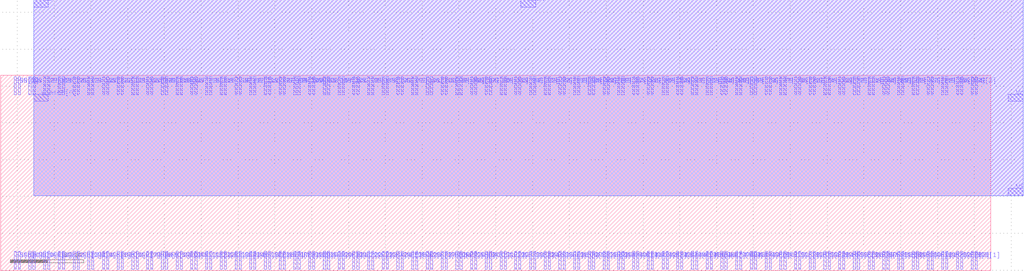
<source format=lef>
VERSION 5.7 ;
  NOWIREEXTENSIONATPIN ON ;
  DIVIDERCHAR "/" ;
  BUSBITCHARS "[]" ;
MACRO DAC2U128OUT4IN
CLASS BLOCK ;
  FOREIGN DAC2U128OUT4IN ;
  ORIGIN 2.210 5.110 ;
  SIZE 134.420 BY 26.590 ;
PIN ON[64]
    ANTENNAGATEAREA 0.039000 ;
    PORT
      LAYER Metal2 ;
        RECT 128.130 18.805 128.420 21.280 ;
    END
  END ON[64]
PIN ONB[64]
    ANTENNAGATEAREA 0.039000 ;
    PORT
      LAYER Metal2 ;
        RECT 127.580 18.805 127.870 21.280 ;
    END
  END ONB[64]
PIN ON[65]
    ANTENNAGATEAREA 0.039000 ;
    PORT
      LAYER Metal2 ;
        RECT 126.130 18.805 126.420 21.280 ;
    END
  END ON[65]
PIN ONB[65]
    ANTENNAGATEAREA 0.039000 ;
    PORT
      LAYER Metal2 ;
        RECT 125.580 18.805 125.870 21.280 ;
    END
  END ONB[65]
PIN ON[66]
    ANTENNAGATEAREA 0.039000 ;
    PORT
      LAYER Metal2 ;
        RECT 124.130 18.805 124.420 21.280 ;
    END
  END ON[66]
PIN ONB[66]
    ANTENNAGATEAREA 0.039000 ;
    PORT
      LAYER Metal2 ;
        RECT 123.580 18.805 123.870 21.280 ;
    END
  END ONB[66]
PIN ON[67]
    ANTENNAGATEAREA 0.039000 ;
    PORT
      LAYER Metal2 ;
        RECT 122.130 18.805 122.420 21.280 ;
    END
  END ON[67]
PIN ONB[67]
    ANTENNAGATEAREA 0.039000 ;
    PORT
      LAYER Metal2 ;
        RECT 121.580 18.805 121.870 21.280 ;
    END
  END ONB[67]
PIN ON[68]
    ANTENNAGATEAREA 0.039000 ;
    PORT
      LAYER Metal2 ;
        RECT 120.130 18.805 120.420 21.280 ;
    END
  END ON[68]
PIN ONB[68]
    ANTENNAGATEAREA 0.039000 ;
    PORT
      LAYER Metal2 ;
        RECT 119.580 18.805 119.870 21.280 ;
    END
  END ONB[68]
PIN ON[69]
    ANTENNAGATEAREA 0.039000 ;
    PORT
      LAYER Metal2 ;
        RECT 118.130 18.805 118.420 21.280 ;
    END
  END ON[69]
PIN ONB[69]
    ANTENNAGATEAREA 0.039000 ;
    PORT
      LAYER Metal2 ;
        RECT 117.580 18.805 117.870 21.280 ;
    END
  END ONB[69]
PIN ON[70]
    ANTENNAGATEAREA 0.039000 ;
    PORT
      LAYER Metal2 ;
        RECT 116.130 18.805 116.420 21.280 ;
    END
  END ON[70]
PIN ONB[70]
    ANTENNAGATEAREA 0.039000 ;
    PORT
      LAYER Metal2 ;
        RECT 115.580 18.805 115.870 21.280 ;
    END
  END ONB[70]
PIN ON[71]
    ANTENNAGATEAREA 0.039000 ;
    PORT
      LAYER Metal2 ;
        RECT 114.130 18.805 114.420 21.280 ;
    END
  END ON[71]
PIN ONB[71]
    ANTENNAGATEAREA 0.039000 ;
    PORT
      LAYER Metal2 ;
        RECT 113.580 18.805 113.870 21.280 ;
    END
  END ONB[71]
PIN ON[72]
    ANTENNAGATEAREA 0.039000 ;
    PORT
      LAYER Metal2 ;
        RECT 112.130 18.805 112.420 21.280 ;
    END
  END ON[72]
PIN ONB[72]
    ANTENNAGATEAREA 0.039000 ;
    PORT
      LAYER Metal2 ;
        RECT 111.580 18.805 111.870 21.280 ;
    END
  END ONB[72]
PIN ON[73]
    ANTENNAGATEAREA 0.039000 ;
    PORT
      LAYER Metal2 ;
        RECT 110.130 18.805 110.420 21.280 ;
    END
  END ON[73]
PIN ONB[73]
    ANTENNAGATEAREA 0.039000 ;
    PORT
      LAYER Metal2 ;
        RECT 109.580 18.805 109.870 21.280 ;
    END
  END ONB[73]
PIN ON[74]
    ANTENNAGATEAREA 0.039000 ;
    PORT
      LAYER Metal2 ;
        RECT 108.130 18.805 108.420 21.280 ;
    END
  END ON[74]
PIN ONB[74]
    ANTENNAGATEAREA 0.039000 ;
    PORT
      LAYER Metal2 ;
        RECT 107.580 18.805 107.870 21.280 ;
    END
  END ONB[74]
PIN ON[75]
    ANTENNAGATEAREA 0.039000 ;
    PORT
      LAYER Metal2 ;
        RECT 106.130 18.805 106.420 21.280 ;
    END
  END ON[75]
PIN ONB[75]
    ANTENNAGATEAREA 0.039000 ;
    PORT
      LAYER Metal2 ;
        RECT 105.580 18.805 105.870 21.280 ;
    END
  END ONB[75]
PIN ON[76]
    ANTENNAGATEAREA 0.039000 ;
    PORT
      LAYER Metal2 ;
        RECT 104.130 18.805 104.420 21.280 ;
    END
  END ON[76]
PIN ONB[76]
    ANTENNAGATEAREA 0.039000 ;
    PORT
      LAYER Metal2 ;
        RECT 103.580 18.805 103.870 21.280 ;
    END
  END ONB[76]
PIN ON[77]
    ANTENNAGATEAREA 0.039000 ;
    PORT
      LAYER Metal2 ;
        RECT 102.130 18.805 102.420 21.280 ;
    END
  END ON[77]
PIN ONB[77]
    ANTENNAGATEAREA 0.039000 ;
    PORT
      LAYER Metal2 ;
        RECT 101.580 18.805 101.870 21.280 ;
    END
  END ONB[77]
PIN ON[78]
    ANTENNAGATEAREA 0.039000 ;
    PORT
      LAYER Metal2 ;
        RECT 100.130 18.805 100.420 21.280 ;
    END
  END ON[78]
PIN ONB[78]
    ANTENNAGATEAREA 0.039000 ;
    PORT
      LAYER Metal2 ;
        RECT 99.580 18.805 99.870 21.280 ;
    END
  END ONB[78]
PIN ON[79]
    ANTENNAGATEAREA 0.039000 ;
    PORT
      LAYER Metal2 ;
        RECT 98.130 18.805 98.420 21.280 ;
    END
  END ON[79]
PIN ONB[79]
    ANTENNAGATEAREA 0.039000 ;
    PORT
      LAYER Metal2 ;
        RECT 97.580 18.805 97.870 21.280 ;
    END
  END ONB[79]
PIN ON[80]
    ANTENNAGATEAREA 0.039000 ;
    PORT
      LAYER Metal2 ;
        RECT 96.130 18.805 96.420 21.280 ;
    END
  END ON[80]
PIN ONB[80]
    ANTENNAGATEAREA 0.039000 ;
    PORT
      LAYER Metal2 ;
        RECT 95.580 18.805 95.870 21.280 ;
    END
  END ONB[80]
PIN ON[81]
    ANTENNAGATEAREA 0.039000 ;
    PORT
      LAYER Metal2 ;
        RECT 94.130 18.805 94.420 21.280 ;
    END
  END ON[81]
PIN ONB[81]
    ANTENNAGATEAREA 0.039000 ;
    PORT
      LAYER Metal2 ;
        RECT 93.580 18.805 93.870 21.280 ;
    END
  END ONB[81]
PIN ON[82]
    ANTENNAGATEAREA 0.039000 ;
    PORT
      LAYER Metal2 ;
        RECT 92.130 18.805 92.420 21.280 ;
    END
  END ON[82]
PIN ONB[82]
    ANTENNAGATEAREA 0.039000 ;
    PORT
      LAYER Metal2 ;
        RECT 91.580 18.805 91.870 21.280 ;
    END
  END ONB[82]
PIN ON[83]
    ANTENNAGATEAREA 0.039000 ;
    PORT
      LAYER Metal2 ;
        RECT 90.130 18.805 90.420 21.280 ;
    END
  END ON[83]
PIN ONB[83]
    ANTENNAGATEAREA 0.039000 ;
    PORT
      LAYER Metal2 ;
        RECT 89.580 18.805 89.870 21.280 ;
    END
  END ONB[83]
PIN ON[84]
    ANTENNAGATEAREA 0.039000 ;
    PORT
      LAYER Metal2 ;
        RECT 88.130 18.805 88.420 21.280 ;
    END
  END ON[84]
PIN ONB[84]
    ANTENNAGATEAREA 0.039000 ;
    PORT
      LAYER Metal2 ;
        RECT 87.580 18.805 87.870 21.280 ;
    END
  END ONB[84]
PIN ON[85]
    ANTENNAGATEAREA 0.039000 ;
    PORT
      LAYER Metal2 ;
        RECT 86.130 18.805 86.420 21.280 ;
    END
  END ON[85]
PIN ONB[85]
    ANTENNAGATEAREA 0.039000 ;
    PORT
      LAYER Metal2 ;
        RECT 85.580 18.805 85.870 21.280 ;
    END
  END ONB[85]
PIN ON[86]
    ANTENNAGATEAREA 0.039000 ;
    PORT
      LAYER Metal2 ;
        RECT 84.130 18.805 84.420 21.280 ;
    END
  END ON[86]
PIN ONB[86]
    ANTENNAGATEAREA 0.039000 ;
    PORT
      LAYER Metal2 ;
        RECT 83.580 18.805 83.870 21.280 ;
    END
  END ONB[86]
PIN ON[87]
    ANTENNAGATEAREA 0.039000 ;
    PORT
      LAYER Metal2 ;
        RECT 82.130 18.805 82.420 21.280 ;
    END
  END ON[87]
PIN ONB[87]
    ANTENNAGATEAREA 0.039000 ;
    PORT
      LAYER Metal2 ;
        RECT 81.580 18.805 81.870 21.280 ;
    END
  END ONB[87]
PIN ON[88]
    ANTENNAGATEAREA 0.039000 ;
    PORT
      LAYER Metal2 ;
        RECT 80.130 18.805 80.420 21.280 ;
    END
  END ON[88]
PIN ONB[88]
    ANTENNAGATEAREA 0.039000 ;
    PORT
      LAYER Metal2 ;
        RECT 79.580 18.805 79.870 21.280 ;
    END
  END ONB[88]
PIN ON[89]
    ANTENNAGATEAREA 0.039000 ;
    PORT
      LAYER Metal2 ;
        RECT 78.130 18.805 78.420 21.280 ;
    END
  END ON[89]
PIN ONB[89]
    ANTENNAGATEAREA 0.039000 ;
    PORT
      LAYER Metal2 ;
        RECT 77.580 18.805 77.870 21.280 ;
    END
  END ONB[89]
PIN ON[90]
    ANTENNAGATEAREA 0.039000 ;
    PORT
      LAYER Metal2 ;
        RECT 76.130 18.805 76.420 21.280 ;
    END
  END ON[90]
PIN ONB[90]
    ANTENNAGATEAREA 0.039000 ;
    PORT
      LAYER Metal2 ;
        RECT 75.580 18.805 75.870 21.280 ;
    END
  END ONB[90]
PIN ON[91]
    ANTENNAGATEAREA 0.039000 ;
    PORT
      LAYER Metal2 ;
        RECT 74.130 18.805 74.420 21.280 ;
    END
  END ON[91]
PIN ONB[91]
    ANTENNAGATEAREA 0.039000 ;
    PORT
      LAYER Metal2 ;
        RECT 73.580 18.805 73.870 21.280 ;
    END
  END ONB[91]
PIN ON[92]
    ANTENNAGATEAREA 0.039000 ;
    PORT
      LAYER Metal2 ;
        RECT 72.130 18.805 72.420 21.280 ;
    END
  END ON[92]
PIN ONB[92]
    ANTENNAGATEAREA 0.039000 ;
    PORT
      LAYER Metal2 ;
        RECT 71.580 18.805 71.870 21.280 ;
    END
  END ONB[92]
PIN ON[93]
    ANTENNAGATEAREA 0.039000 ;
    PORT
      LAYER Metal2 ;
        RECT 70.130 18.805 70.420 21.280 ;
    END
  END ON[93]
PIN ONB[93]
    ANTENNAGATEAREA 0.039000 ;
    PORT
      LAYER Metal2 ;
        RECT 69.580 18.805 69.870 21.280 ;
    END
  END ONB[93]
PIN ON[94]
    ANTENNAGATEAREA 0.039000 ;
    PORT
      LAYER Metal2 ;
        RECT 68.130 18.805 68.420 21.280 ;
    END
  END ON[94]
PIN ONB[94]
    ANTENNAGATEAREA 0.039000 ;
    PORT
      LAYER Metal2 ;
        RECT 67.580 18.805 67.870 21.280 ;
    END
  END ONB[94]
PIN ON[95]
    ANTENNAGATEAREA 0.039000 ;
    PORT
      LAYER Metal2 ;
        RECT 66.130 18.805 66.420 21.280 ;
    END
  END ON[95]
PIN ONB[95]
    ANTENNAGATEAREA 0.039000 ;
    PORT
      LAYER Metal2 ;
        RECT 65.580 18.805 65.870 21.280 ;
    END
  END ONB[95]
PIN EN[2]
    ANTENNAGATEAREA 0.039000 ;
    PORT
      LAYER Metal2 ;
        RECT 130.130 18.805 130.420 21.280 ;
    END
  END EN[2]
PIN ENB[2]
    ANTENNAGATEAREA 0.039000 ;
    PORT
      LAYER Metal2 ;
        RECT 129.580 18.805 129.870 21.280 ;
    END
  END ENB[2]
PIN ON[97]
    ANTENNAGATEAREA 0.039000 ;
    PORT
      LAYER Metal2 ;
        RECT 62.130 18.805 62.420 21.280 ;
    END
  END ON[97]
PIN ONB[97]
    ANTENNAGATEAREA 0.039000 ;
    PORT
      LAYER Metal2 ;
        RECT 61.580 18.805 61.870 21.280 ;
    END
  END ONB[97]
PIN ON[98]
    ANTENNAGATEAREA 0.039000 ;
    PORT
      LAYER Metal2 ;
        RECT 60.130 18.805 60.420 21.280 ;
    END
  END ON[98]
PIN ONB[98]
    ANTENNAGATEAREA 0.039000 ;
    PORT
      LAYER Metal2 ;
        RECT 59.580 18.805 59.870 21.280 ;
    END
  END ONB[98]
PIN ON[99]
    ANTENNAGATEAREA 0.039000 ;
    PORT
      LAYER Metal2 ;
        RECT 58.130 18.805 58.420 21.280 ;
    END
  END ON[99]
PIN ONB[99]
    ANTENNAGATEAREA 0.039000 ;
    PORT
      LAYER Metal2 ;
        RECT 57.580 18.805 57.870 21.280 ;
    END
  END ONB[99]
PIN ON[100]
    ANTENNAGATEAREA 0.039000 ;
    PORT
      LAYER Metal2 ;
        RECT 56.130 18.805 56.420 21.280 ;
    END
  END ON[100]
PIN ONB[100]
    ANTENNAGATEAREA 0.039000 ;
    PORT
      LAYER Metal2 ;
        RECT 55.580 18.805 55.870 21.280 ;
    END
  END ONB[100]
PIN ON[101]
    ANTENNAGATEAREA 0.039000 ;
    PORT
      LAYER Metal2 ;
        RECT 54.130 18.805 54.420 21.280 ;
    END
  END ON[101]
PIN ONB[101]
    ANTENNAGATEAREA 0.039000 ;
    PORT
      LAYER Metal2 ;
        RECT 53.580 18.805 53.870 21.280 ;
    END
  END ONB[101]
PIN ON[102]
    ANTENNAGATEAREA 0.039000 ;
    PORT
      LAYER Metal2 ;
        RECT 52.130 18.805 52.420 21.280 ;
    END
  END ON[102]
PIN ONB[102]
    ANTENNAGATEAREA 0.039000 ;
    PORT
      LAYER Metal2 ;
        RECT 51.580 18.805 51.870 21.280 ;
    END
  END ONB[102]
PIN ON[103]
    ANTENNAGATEAREA 0.039000 ;
    PORT
      LAYER Metal2 ;
        RECT 50.130 18.805 50.420 21.280 ;
    END
  END ON[103]
PIN ONB[103]
    ANTENNAGATEAREA 0.039000 ;
    PORT
      LAYER Metal2 ;
        RECT 49.580 18.805 49.870 21.280 ;
    END
  END ONB[103]
PIN ON[104]
    ANTENNAGATEAREA 0.039000 ;
    PORT
      LAYER Metal2 ;
        RECT 48.130 18.805 48.420 21.280 ;
    END
  END ON[104]
PIN ONB[104]
    ANTENNAGATEAREA 0.039000 ;
    PORT
      LAYER Metal2 ;
        RECT 47.580 18.805 47.870 21.280 ;
    END
  END ONB[104]
PIN ON[105]
    ANTENNAGATEAREA 0.039000 ;
    PORT
      LAYER Metal2 ;
        RECT 46.130 18.805 46.420 21.280 ;
    END
  END ON[105]
PIN ONB[105]
    ANTENNAGATEAREA 0.039000 ;
    PORT
      LAYER Metal2 ;
        RECT 45.580 18.805 45.870 21.280 ;
    END
  END ONB[105]
PIN ON[106]
    ANTENNAGATEAREA 0.039000 ;
    PORT
      LAYER Metal2 ;
        RECT 44.130 18.805 44.420 21.280 ;
    END
  END ON[106]
PIN ONB[106]
    ANTENNAGATEAREA 0.039000 ;
    PORT
      LAYER Metal2 ;
        RECT 43.580 18.805 43.870 21.280 ;
    END
  END ONB[106]
PIN ON[107]
    ANTENNAGATEAREA 0.039000 ;
    PORT
      LAYER Metal2 ;
        RECT 42.130 18.805 42.420 21.280 ;
    END
  END ON[107]
PIN ONB[107]
    ANTENNAGATEAREA 0.039000 ;
    PORT
      LAYER Metal2 ;
        RECT 41.580 18.805 41.870 21.280 ;
    END
  END ONB[107]
PIN ON[108]
    ANTENNAGATEAREA 0.039000 ;
    PORT
      LAYER Metal2 ;
        RECT 40.130 18.805 40.420 21.280 ;
    END
  END ON[108]
PIN ONB[108]
    ANTENNAGATEAREA 0.039000 ;
    PORT
      LAYER Metal2 ;
        RECT 39.580 18.805 39.870 21.280 ;
    END
  END ONB[108]
PIN ON[109]
    ANTENNAGATEAREA 0.039000 ;
    PORT
      LAYER Metal2 ;
        RECT 38.130 18.805 38.420 21.280 ;
    END
  END ON[109]
PIN ONB[109]
    ANTENNAGATEAREA 0.039000 ;
    PORT
      LAYER Metal2 ;
        RECT 37.580 18.805 37.870 21.280 ;
    END
  END ONB[109]
PIN ON[110]
    ANTENNAGATEAREA 0.039000 ;
    PORT
      LAYER Metal2 ;
        RECT 36.130 18.805 36.420 21.280 ;
    END
  END ON[110]
PIN ONB[110]
    ANTENNAGATEAREA 0.039000 ;
    PORT
      LAYER Metal2 ;
        RECT 35.580 18.805 35.870 21.280 ;
    END
  END ONB[110]
PIN ON[111]
    ANTENNAGATEAREA 0.039000 ;
    PORT
      LAYER Metal2 ;
        RECT 34.130 18.805 34.420 21.280 ;
    END
  END ON[111]
PIN ONB[111]
    ANTENNAGATEAREA 0.039000 ;
    PORT
      LAYER Metal2 ;
        RECT 33.580 18.805 33.870 21.280 ;
    END
  END ONB[111]
PIN ON[112]
    ANTENNAGATEAREA 0.039000 ;
    PORT
      LAYER Metal2 ;
        RECT 32.130 18.805 32.420 21.280 ;
    END
  END ON[112]
PIN ONB[112]
    ANTENNAGATEAREA 0.039000 ;
    PORT
      LAYER Metal2 ;
        RECT 31.580 18.805 31.870 21.280 ;
    END
  END ONB[112]
PIN ON[113]
    ANTENNAGATEAREA 0.039000 ;
    PORT
      LAYER Metal2 ;
        RECT 30.130 18.805 30.420 21.280 ;
    END
  END ON[113]
PIN ONB[113]
    ANTENNAGATEAREA 0.039000 ;
    PORT
      LAYER Metal2 ;
        RECT 29.580 18.805 29.870 21.280 ;
    END
  END ONB[113]
PIN ON[114]
    ANTENNAGATEAREA 0.039000 ;
    PORT
      LAYER Metal2 ;
        RECT 28.130 18.805 28.420 21.280 ;
    END
  END ON[114]
PIN ONB[114]
    ANTENNAGATEAREA 0.039000 ;
    PORT
      LAYER Metal2 ;
        RECT 27.580 18.805 27.870 21.280 ;
    END
  END ONB[114]
PIN ON[115]
    ANTENNAGATEAREA 0.039000 ;
    PORT
      LAYER Metal2 ;
        RECT 26.130 18.805 26.420 21.280 ;
    END
  END ON[115]
PIN ONB[115]
    ANTENNAGATEAREA 0.039000 ;
    PORT
      LAYER Metal2 ;
        RECT 25.580 18.805 25.870 21.280 ;
    END
  END ONB[115]
PIN ON[116]
    ANTENNAGATEAREA 0.039000 ;
    PORT
      LAYER Metal2 ;
        RECT 24.130 18.805 24.420 21.280 ;
    END
  END ON[116]
PIN ONB[116]
    ANTENNAGATEAREA 0.039000 ;
    PORT
      LAYER Metal2 ;
        RECT 23.580 18.805 23.870 21.280 ;
    END
  END ONB[116]
PIN ON[117]
    ANTENNAGATEAREA 0.039000 ;
    PORT
      LAYER Metal2 ;
        RECT 22.130 18.805 22.420 21.280 ;
    END
  END ON[117]
PIN ONB[117]
    ANTENNAGATEAREA 0.039000 ;
    PORT
      LAYER Metal2 ;
        RECT 21.580 18.805 21.870 21.280 ;
    END
  END ONB[117]
PIN ON[118]
    ANTENNAGATEAREA 0.039000 ;
    PORT
      LAYER Metal2 ;
        RECT 20.130 18.805 20.420 21.280 ;
    END
  END ON[118]
PIN ONB[118]
    ANTENNAGATEAREA 0.039000 ;
    PORT
      LAYER Metal2 ;
        RECT 19.580 18.805 19.870 21.280 ;
    END
  END ONB[118]
PIN ON[119]
    ANTENNAGATEAREA 0.039000 ;
    PORT
      LAYER Metal2 ;
        RECT 18.130 18.805 18.420 21.280 ;
    END
  END ON[119]
PIN ONB[119]
    ANTENNAGATEAREA 0.039000 ;
    PORT
      LAYER Metal2 ;
        RECT 17.580 18.805 17.870 21.280 ;
    END
  END ONB[119]
PIN ON[120]
    ANTENNAGATEAREA 0.039000 ;
    PORT
      LAYER Metal2 ;
        RECT 16.130 18.805 16.420 21.280 ;
    END
  END ON[120]
PIN ONB[120]
    ANTENNAGATEAREA 0.039000 ;
    PORT
      LAYER Metal2 ;
        RECT 15.580 18.805 15.870 21.280 ;
    END
  END ONB[120]
PIN ON[121]
    ANTENNAGATEAREA 0.039000 ;
    PORT
      LAYER Metal2 ;
        RECT 14.130 18.805 14.420 21.280 ;
    END
  END ON[121]
PIN ONB[121]
    ANTENNAGATEAREA 0.039000 ;
    PORT
      LAYER Metal2 ;
        RECT 13.580 18.805 13.870 21.280 ;
    END
  END ONB[121]
PIN ON[122]
    ANTENNAGATEAREA 0.039000 ;
    PORT
      LAYER Metal2 ;
        RECT 12.130 18.805 12.420 21.280 ;
    END
  END ON[122]
PIN ONB[122]
    ANTENNAGATEAREA 0.039000 ;
    PORT
      LAYER Metal2 ;
        RECT 11.580 18.805 11.870 21.280 ;
    END
  END ONB[122]
PIN ON[123]
    ANTENNAGATEAREA 0.039000 ;
    PORT
      LAYER Metal2 ;
        RECT 10.130 18.805 10.420 21.280 ;
    END
  END ON[123]
PIN ONB[123]
    ANTENNAGATEAREA 0.039000 ;
    PORT
      LAYER Metal2 ;
        RECT 9.580 18.805 9.870 21.280 ;
    END
  END ONB[123]
PIN ON[124]
    ANTENNAGATEAREA 0.039000 ;
    PORT
      LAYER Metal2 ;
        RECT 8.130 18.805 8.420 21.280 ;
    END
  END ON[124]
PIN ONB[124]
    ANTENNAGATEAREA 0.039000 ;
    PORT
      LAYER Metal2 ;
        RECT 7.580 18.805 7.870 21.280 ;
    END
  END ONB[124]
PIN ON[125]
    ANTENNAGATEAREA 0.039000 ;
    PORT
      LAYER Metal2 ;
        RECT 6.130 18.805 6.420 21.280 ;
    END
  END ON[125]
PIN ONB[125]
    ANTENNAGATEAREA 0.039000 ;
    PORT
      LAYER Metal2 ;
        RECT 5.580 18.805 5.870 21.280 ;
    END
  END ONB[125]
PIN ON[126]
    ANTENNAGATEAREA 0.039000 ;
    PORT
      LAYER Metal2 ;
        RECT 4.130 18.805 4.420 21.280 ;
    END
  END ON[126]
PIN ONB[126]
    ANTENNAGATEAREA 0.039000 ;
    PORT
      LAYER Metal2 ;
        RECT 3.580 18.805 3.870 21.280 ;
    END
  END ONB[126]
PIN ON[127]
    ANTENNAGATEAREA 0.039000 ;
    PORT
      LAYER Metal2 ;
        RECT 2.130 18.805 2.420 21.280 ;
    END
  END ON[127]
PIN ONB[127]
    ANTENNAGATEAREA 0.039000 ;
    PORT
      LAYER Metal2 ;
        RECT 1.580 18.805 1.870 21.280 ;
    END
  END ONB[127]
PIN ON[96]
    ANTENNAGATEAREA 0.039000 ;
    PORT
      LAYER Metal2 ;
        RECT 64.130 18.805 64.420 21.280 ;
    END
  END ON[96]
PIN ONB[96]
    ANTENNAGATEAREA 0.039000 ;
    PORT
      LAYER Metal2 ;
        RECT 63.580 18.805 63.870 21.280 ;
    END
  END ONB[96]
PIN EN[3]
    ANTENNAGATEAREA 0.039000 ;
    PORT
      LAYER Metal2 ;
        RECT 0.130 18.805 0.420 21.280 ;
    END
  END EN[3]
PIN ENB[3]
    ANTENNAGATEAREA 0.039000 ;
    PORT
      LAYER Metal2 ;
        RECT -0.420 18.805 -0.130 21.280 ;
    END
  END ENB[3]
PIN ON[0]
    ANTENNAGATEAREA 0.039000 ;
    PORT
      LAYER Metal2 ;
        RECT 1.580 -4.910 1.870 -2.435 ;
    END
  END ON[0]
PIN ONB[0]
    ANTENNAGATEAREA 0.039000 ;
    PORT
      LAYER Metal2 ;
        RECT 2.130 -4.910 2.420 -2.435 ;
    END
  END ONB[0]
PIN ON[1]
    ANTENNAGATEAREA 0.039000 ;
    PORT
      LAYER Metal2 ;
        RECT 3.580 -4.910 3.870 -2.435 ;
    END
  END ON[1]
PIN ONB[1]
    ANTENNAGATEAREA 0.039000 ;
    PORT
      LAYER Metal2 ;
        RECT 4.130 -4.910 4.420 -2.435 ;
    END
  END ONB[1]
PIN ON[2]
    ANTENNAGATEAREA 0.039000 ;
    PORT
      LAYER Metal2 ;
        RECT 5.580 -4.910 5.870 -2.435 ;
    END
  END ON[2]
PIN ONB[2]
    ANTENNAGATEAREA 0.039000 ;
    PORT
      LAYER Metal2 ;
        RECT 6.130 -4.910 6.420 -2.435 ;
    END
  END ONB[2]
PIN ON[3]
    ANTENNAGATEAREA 0.039000 ;
    PORT
      LAYER Metal2 ;
        RECT 7.580 -4.910 7.870 -2.435 ;
    END
  END ON[3]
PIN ONB[3]
    ANTENNAGATEAREA 0.039000 ;
    PORT
      LAYER Metal2 ;
        RECT 8.130 -4.910 8.420 -2.435 ;
    END
  END ONB[3]
PIN ON[4]
    ANTENNAGATEAREA 0.039000 ;
    PORT
      LAYER Metal2 ;
        RECT 9.580 -4.910 9.870 -2.435 ;
    END
  END ON[4]
PIN ONB[4]
    ANTENNAGATEAREA 0.039000 ;
    PORT
      LAYER Metal2 ;
        RECT 10.130 -4.910 10.420 -2.435 ;
    END
  END ONB[4]
PIN ON[5]
    ANTENNAGATEAREA 0.039000 ;
    PORT
      LAYER Metal2 ;
        RECT 11.580 -4.910 11.870 -2.435 ;
    END
  END ON[5]
PIN ONB[5]
    ANTENNAGATEAREA 0.039000 ;
    PORT
      LAYER Metal2 ;
        RECT 12.130 -4.910 12.420 -2.435 ;
    END
  END ONB[5]
PIN ON[6]
    ANTENNAGATEAREA 0.039000 ;
    PORT
      LAYER Metal2 ;
        RECT 13.580 -4.910 13.870 -2.435 ;
    END
  END ON[6]
PIN ONB[6]
    ANTENNAGATEAREA 0.039000 ;
    PORT
      LAYER Metal2 ;
        RECT 14.130 -4.910 14.420 -2.435 ;
    END
  END ONB[6]
PIN ON[7]
    ANTENNAGATEAREA 0.039000 ;
    PORT
      LAYER Metal2 ;
        RECT 15.580 -4.910 15.870 -2.435 ;
    END
  END ON[7]
PIN ONB[7]
    ANTENNAGATEAREA 0.039000 ;
    PORT
      LAYER Metal2 ;
        RECT 16.130 -4.910 16.420 -2.435 ;
    END
  END ONB[7]
PIN ON[8]
    ANTENNAGATEAREA 0.039000 ;
    PORT
      LAYER Metal2 ;
        RECT 17.580 -4.910 17.870 -2.435 ;
    END
  END ON[8]
PIN ONB[8]
    ANTENNAGATEAREA 0.039000 ;
    PORT
      LAYER Metal2 ;
        RECT 18.130 -4.910 18.420 -2.435 ;
    END
  END ONB[8]
PIN ON[9]
    ANTENNAGATEAREA 0.039000 ;
    PORT
      LAYER Metal2 ;
        RECT 19.580 -4.910 19.870 -2.435 ;
    END
  END ON[9]
PIN ONB[9]
    ANTENNAGATEAREA 0.039000 ;
    PORT
      LAYER Metal2 ;
        RECT 20.130 -4.910 20.420 -2.435 ;
    END
  END ONB[9]
PIN ON[10]
    ANTENNAGATEAREA 0.039000 ;
    PORT
      LAYER Metal2 ;
        RECT 21.580 -4.910 21.870 -2.435 ;
    END
  END ON[10]
PIN ONB[10]
    ANTENNAGATEAREA 0.039000 ;
    PORT
      LAYER Metal2 ;
        RECT 22.130 -4.910 22.420 -2.435 ;
    END
  END ONB[10]
PIN ON[11]
    ANTENNAGATEAREA 0.039000 ;
    PORT
      LAYER Metal2 ;
        RECT 23.580 -4.910 23.870 -2.435 ;
    END
  END ON[11]
PIN ONB[11]
    ANTENNAGATEAREA 0.039000 ;
    PORT
      LAYER Metal2 ;
        RECT 24.130 -4.910 24.420 -2.435 ;
    END
  END ONB[11]
PIN ON[12]
    ANTENNAGATEAREA 0.039000 ;
    PORT
      LAYER Metal2 ;
        RECT 25.580 -4.910 25.870 -2.435 ;
    END
  END ON[12]
PIN ONB[12]
    ANTENNAGATEAREA 0.039000 ;
    PORT
      LAYER Metal2 ;
        RECT 26.130 -4.910 26.420 -2.435 ;
    END
  END ONB[12]
PIN ON[13]
    ANTENNAGATEAREA 0.039000 ;
    PORT
      LAYER Metal2 ;
        RECT 27.580 -4.910 27.870 -2.435 ;
    END
  END ON[13]
PIN ONB[13]
    ANTENNAGATEAREA 0.039000 ;
    PORT
      LAYER Metal2 ;
        RECT 28.130 -4.910 28.420 -2.435 ;
    END
  END ONB[13]
PIN ON[14]
    ANTENNAGATEAREA 0.039000 ;
    PORT
      LAYER Metal2 ;
        RECT 29.580 -4.910 29.870 -2.435 ;
    END
  END ON[14]
PIN ONB[14]
    ANTENNAGATEAREA 0.039000 ;
    PORT
      LAYER Metal2 ;
        RECT 30.130 -4.910 30.420 -2.435 ;
    END
  END ONB[14]
PIN ON[15]
    ANTENNAGATEAREA 0.039000 ;
    PORT
      LAYER Metal2 ;
        RECT 31.580 -4.910 31.870 -2.435 ;
    END
  END ON[15]
PIN ONB[15]
    ANTENNAGATEAREA 0.039000 ;
    PORT
      LAYER Metal2 ;
        RECT 32.130 -4.910 32.420 -2.435 ;
    END
  END ONB[15]
PIN ON[16]
    ANTENNAGATEAREA 0.039000 ;
    PORT
      LAYER Metal2 ;
        RECT 33.580 -4.910 33.870 -2.435 ;
    END
  END ON[16]
PIN ONB[16]
    ANTENNAGATEAREA 0.039000 ;
    PORT
      LAYER Metal2 ;
        RECT 34.130 -4.910 34.420 -2.435 ;
    END
  END ONB[16]
PIN ON[17]
    ANTENNAGATEAREA 0.039000 ;
    PORT
      LAYER Metal2 ;
        RECT 35.580 -4.910 35.870 -2.435 ;
    END
  END ON[17]
PIN ONB[17]
    ANTENNAGATEAREA 0.039000 ;
    PORT
      LAYER Metal2 ;
        RECT 36.130 -4.910 36.420 -2.435 ;
    END
  END ONB[17]
PIN ON[18]
    ANTENNAGATEAREA 0.039000 ;
    PORT
      LAYER Metal2 ;
        RECT 37.580 -4.910 37.870 -2.435 ;
    END
  END ON[18]
PIN ONB[18]
    ANTENNAGATEAREA 0.039000 ;
    PORT
      LAYER Metal2 ;
        RECT 38.130 -4.910 38.420 -2.435 ;
    END
  END ONB[18]
PIN ON[19]
    ANTENNAGATEAREA 0.039000 ;
    PORT
      LAYER Metal2 ;
        RECT 39.580 -4.910 39.870 -2.435 ;
    END
  END ON[19]
PIN ONB[19]
    ANTENNAGATEAREA 0.039000 ;
    PORT
      LAYER Metal2 ;
        RECT 40.130 -4.910 40.420 -2.435 ;
    END
  END ONB[19]
PIN ON[20]
    ANTENNAGATEAREA 0.039000 ;
    PORT
      LAYER Metal2 ;
        RECT 41.580 -4.910 41.870 -2.435 ;
    END
  END ON[20]
PIN ONB[20]
    ANTENNAGATEAREA 0.039000 ;
    PORT
      LAYER Metal2 ;
        RECT 42.130 -4.910 42.420 -2.435 ;
    END
  END ONB[20]
PIN ON[21]
    ANTENNAGATEAREA 0.039000 ;
    PORT
      LAYER Metal2 ;
        RECT 43.580 -4.910 43.870 -2.435 ;
    END
  END ON[21]
PIN ONB[21]
    ANTENNAGATEAREA 0.039000 ;
    PORT
      LAYER Metal2 ;
        RECT 44.130 -4.910 44.420 -2.435 ;
    END
  END ONB[21]
PIN ON[22]
    ANTENNAGATEAREA 0.039000 ;
    PORT
      LAYER Metal2 ;
        RECT 45.580 -4.910 45.870 -2.435 ;
    END
  END ON[22]
PIN ONB[22]
    ANTENNAGATEAREA 0.039000 ;
    PORT
      LAYER Metal2 ;
        RECT 46.130 -4.910 46.420 -2.435 ;
    END
  END ONB[22]
PIN ON[23]
    ANTENNAGATEAREA 0.039000 ;
    PORT
      LAYER Metal2 ;
        RECT 47.580 -4.910 47.870 -2.435 ;
    END
  END ON[23]
PIN ONB[23]
    ANTENNAGATEAREA 0.039000 ;
    PORT
      LAYER Metal2 ;
        RECT 48.130 -4.910 48.420 -2.435 ;
    END
  END ONB[23]
PIN ON[24]
    ANTENNAGATEAREA 0.039000 ;
    PORT
      LAYER Metal2 ;
        RECT 49.580 -4.910 49.870 -2.435 ;
    END
  END ON[24]
PIN ONB[24]
    ANTENNAGATEAREA 0.039000 ;
    PORT
      LAYER Metal2 ;
        RECT 50.130 -4.910 50.420 -2.435 ;
    END
  END ONB[24]
PIN ON[25]
    ANTENNAGATEAREA 0.039000 ;
    PORT
      LAYER Metal2 ;
        RECT 51.580 -4.910 51.870 -2.435 ;
    END
  END ON[25]
PIN ONB[25]
    ANTENNAGATEAREA 0.039000 ;
    PORT
      LAYER Metal2 ;
        RECT 52.130 -4.910 52.420 -2.435 ;
    END
  END ONB[25]
PIN ON[26]
    ANTENNAGATEAREA 0.039000 ;
    PORT
      LAYER Metal2 ;
        RECT 53.580 -4.910 53.870 -2.435 ;
    END
  END ON[26]
PIN ONB[26]
    ANTENNAGATEAREA 0.039000 ;
    PORT
      LAYER Metal2 ;
        RECT 54.130 -4.910 54.420 -2.435 ;
    END
  END ONB[26]
PIN ON[27]
    ANTENNAGATEAREA 0.039000 ;
    PORT
      LAYER Metal2 ;
        RECT 55.580 -4.910 55.870 -2.435 ;
    END
  END ON[27]
PIN ONB[27]
    ANTENNAGATEAREA 0.039000 ;
    PORT
      LAYER Metal2 ;
        RECT 56.130 -4.910 56.420 -2.435 ;
    END
  END ONB[27]
PIN ON[28]
    ANTENNAGATEAREA 0.039000 ;
    PORT
      LAYER Metal2 ;
        RECT 57.580 -4.910 57.870 -2.435 ;
    END
  END ON[28]
PIN ONB[28]
    ANTENNAGATEAREA 0.039000 ;
    PORT
      LAYER Metal2 ;
        RECT 58.130 -4.910 58.420 -2.435 ;
    END
  END ONB[28]
PIN ON[29]
    ANTENNAGATEAREA 0.039000 ;
    PORT
      LAYER Metal2 ;
        RECT 59.580 -4.910 59.870 -2.435 ;
    END
  END ON[29]
PIN ONB[29]
    ANTENNAGATEAREA 0.039000 ;
    PORT
      LAYER Metal2 ;
        RECT 60.130 -4.910 60.420 -2.435 ;
    END
  END ONB[29]
PIN ON[30]
    ANTENNAGATEAREA 0.039000 ;
    PORT
      LAYER Metal2 ;
        RECT 61.580 -4.910 61.870 -2.435 ;
    END
  END ON[30]
PIN ONB[30]
    ANTENNAGATEAREA 0.039000 ;
    PORT
      LAYER Metal2 ;
        RECT 62.130 -4.910 62.420 -2.435 ;
    END
  END ONB[30]
PIN ON[31]
    ANTENNAGATEAREA 0.039000 ;
    PORT
      LAYER Metal2 ;
        RECT 63.580 -4.910 63.870 -2.435 ;
    END
  END ON[31]
PIN ONB[31]
    ANTENNAGATEAREA 0.039000 ;
    PORT
      LAYER Metal2 ;
        RECT 64.130 -4.910 64.420 -2.435 ;
    END
  END ONB[31]
PIN EN[0]
    ANTENNAGATEAREA 0.039000 ;
    PORT
      LAYER Metal2 ;
        RECT -0.420 -4.910 -0.130 -2.435 ;
    END
  END EN[0]
PIN ENB[0]
    ANTENNAGATEAREA 0.039000 ;
    PORT
      LAYER Metal2 ;
        RECT 0.130 -4.910 0.420 -2.435 ;
    END
  END ENB[0]
PIN ON[33]
    ANTENNAGATEAREA 0.039000 ;
    PORT
      LAYER Metal2 ;
        RECT 67.580 -4.910 67.870 -2.435 ;
    END
  END ON[33]
PIN ONB[33]
    ANTENNAGATEAREA 0.039000 ;
    PORT
      LAYER Metal2 ;
        RECT 68.130 -4.910 68.420 -2.435 ;
    END
  END ONB[33]
PIN ON[34]
    ANTENNAGATEAREA 0.039000 ;
    PORT
      LAYER Metal2 ;
        RECT 69.580 -4.910 69.870 -2.435 ;
    END
  END ON[34]
PIN ONB[34]
    ANTENNAGATEAREA 0.039000 ;
    PORT
      LAYER Metal2 ;
        RECT 70.130 -4.910 70.420 -2.435 ;
    END
  END ONB[34]
PIN ON[35]
    ANTENNAGATEAREA 0.039000 ;
    PORT
      LAYER Metal2 ;
        RECT 71.580 -4.910 71.870 -2.435 ;
    END
  END ON[35]
PIN ONB[35]
    ANTENNAGATEAREA 0.039000 ;
    PORT
      LAYER Metal2 ;
        RECT 72.130 -4.910 72.420 -2.435 ;
    END
  END ONB[35]
PIN ON[36]
    ANTENNAGATEAREA 0.039000 ;
    PORT
      LAYER Metal2 ;
        RECT 73.580 -4.910 73.870 -2.435 ;
    END
  END ON[36]
PIN ONB[36]
    ANTENNAGATEAREA 0.039000 ;
    PORT
      LAYER Metal2 ;
        RECT 74.130 -4.910 74.420 -2.435 ;
    END
  END ONB[36]
PIN ON[37]
    ANTENNAGATEAREA 0.039000 ;
    PORT
      LAYER Metal2 ;
        RECT 75.580 -4.910 75.870 -2.435 ;
    END
  END ON[37]
PIN ONB[37]
    ANTENNAGATEAREA 0.039000 ;
    PORT
      LAYER Metal2 ;
        RECT 76.130 -4.910 76.420 -2.435 ;
    END
  END ONB[37]
PIN ON[38]
    ANTENNAGATEAREA 0.039000 ;
    PORT
      LAYER Metal2 ;
        RECT 77.580 -4.910 77.870 -2.435 ;
    END
  END ON[38]
PIN ONB[38]
    ANTENNAGATEAREA 0.039000 ;
    PORT
      LAYER Metal2 ;
        RECT 78.130 -4.910 78.420 -2.435 ;
    END
  END ONB[38]
PIN ON[39]
    ANTENNAGATEAREA 0.039000 ;
    PORT
      LAYER Metal2 ;
        RECT 79.580 -4.910 79.870 -2.435 ;
    END
  END ON[39]
PIN ONB[39]
    ANTENNAGATEAREA 0.039000 ;
    PORT
      LAYER Metal2 ;
        RECT 80.130 -4.910 80.420 -2.435 ;
    END
  END ONB[39]
PIN ON[40]
    ANTENNAGATEAREA 0.039000 ;
    PORT
      LAYER Metal2 ;
        RECT 81.580 -4.910 81.870 -2.435 ;
    END
  END ON[40]
PIN ONB[40]
    ANTENNAGATEAREA 0.039000 ;
    PORT
      LAYER Metal2 ;
        RECT 82.130 -4.910 82.420 -2.435 ;
    END
  END ONB[40]
PIN ON[41]
    ANTENNAGATEAREA 0.039000 ;
    PORT
      LAYER Metal2 ;
        RECT 83.580 -4.910 83.870 -2.435 ;
    END
  END ON[41]
PIN ONB[41]
    ANTENNAGATEAREA 0.039000 ;
    PORT
      LAYER Metal2 ;
        RECT 84.130 -4.910 84.420 -2.435 ;
    END
  END ONB[41]
PIN ON[42]
    ANTENNAGATEAREA 0.039000 ;
    PORT
      LAYER Metal2 ;
        RECT 85.580 -4.910 85.870 -2.435 ;
    END
  END ON[42]
PIN ONB[42]
    ANTENNAGATEAREA 0.039000 ;
    PORT
      LAYER Metal2 ;
        RECT 86.130 -4.910 86.420 -2.435 ;
    END
  END ONB[42]
PIN ON[43]
    ANTENNAGATEAREA 0.039000 ;
    PORT
      LAYER Metal2 ;
        RECT 87.580 -4.910 87.870 -2.435 ;
    END
  END ON[43]
PIN ONB[43]
    ANTENNAGATEAREA 0.039000 ;
    PORT
      LAYER Metal2 ;
        RECT 88.130 -4.910 88.420 -2.435 ;
    END
  END ONB[43]
PIN ON[44]
    ANTENNAGATEAREA 0.039000 ;
    PORT
      LAYER Metal2 ;
        RECT 89.580 -4.910 89.870 -2.435 ;
    END
  END ON[44]
PIN ONB[44]
    ANTENNAGATEAREA 0.039000 ;
    PORT
      LAYER Metal2 ;
        RECT 90.130 -4.910 90.420 -2.435 ;
    END
  END ONB[44]
PIN ON[45]
    ANTENNAGATEAREA 0.039000 ;
    PORT
      LAYER Metal2 ;
        RECT 91.580 -4.910 91.870 -2.435 ;
    END
  END ON[45]
PIN ONB[45]
    ANTENNAGATEAREA 0.039000 ;
    PORT
      LAYER Metal2 ;
        RECT 92.130 -4.910 92.420 -2.435 ;
    END
  END ONB[45]
PIN ON[46]
    ANTENNAGATEAREA 0.039000 ;
    PORT
      LAYER Metal2 ;
        RECT 93.580 -4.910 93.870 -2.435 ;
    END
  END ON[46]
PIN ONB[46]
    ANTENNAGATEAREA 0.039000 ;
    PORT
      LAYER Metal2 ;
        RECT 94.130 -4.910 94.420 -2.435 ;
    END
  END ONB[46]
PIN ON[47]
    ANTENNAGATEAREA 0.039000 ;
    PORT
      LAYER Metal2 ;
        RECT 95.580 -4.910 95.870 -2.435 ;
    END
  END ON[47]
PIN ONB[47]
    ANTENNAGATEAREA 0.039000 ;
    PORT
      LAYER Metal2 ;
        RECT 96.130 -4.910 96.420 -2.435 ;
    END
  END ONB[47]
PIN ON[48]
    ANTENNAGATEAREA 0.039000 ;
    PORT
      LAYER Metal2 ;
        RECT 97.580 -4.910 97.870 -2.435 ;
    END
  END ON[48]
PIN ONB[48]
    ANTENNAGATEAREA 0.039000 ;
    PORT
      LAYER Metal2 ;
        RECT 98.130 -4.910 98.420 -2.435 ;
    END
  END ONB[48]
PIN ON[49]
    ANTENNAGATEAREA 0.039000 ;
    PORT
      LAYER Metal2 ;
        RECT 99.580 -4.910 99.870 -2.435 ;
    END
  END ON[49]
PIN ONB[49]
    ANTENNAGATEAREA 0.039000 ;
    PORT
      LAYER Metal2 ;
        RECT 100.130 -4.910 100.420 -2.435 ;
    END
  END ONB[49]
PIN ON[50]
    ANTENNAGATEAREA 0.039000 ;
    PORT
      LAYER Metal2 ;
        RECT 101.580 -4.910 101.870 -2.435 ;
    END
  END ON[50]
PIN ONB[50]
    ANTENNAGATEAREA 0.039000 ;
    PORT
      LAYER Metal2 ;
        RECT 102.130 -4.910 102.420 -2.435 ;
    END
  END ONB[50]
PIN ON[51]
    ANTENNAGATEAREA 0.039000 ;
    PORT
      LAYER Metal2 ;
        RECT 103.580 -4.910 103.870 -2.435 ;
    END
  END ON[51]
PIN ONB[51]
    ANTENNAGATEAREA 0.039000 ;
    PORT
      LAYER Metal2 ;
        RECT 104.130 -4.910 104.420 -2.435 ;
    END
  END ONB[51]
PIN ON[52]
    ANTENNAGATEAREA 0.039000 ;
    PORT
      LAYER Metal2 ;
        RECT 105.580 -4.910 105.870 -2.435 ;
    END
  END ON[52]
PIN ONB[52]
    ANTENNAGATEAREA 0.039000 ;
    PORT
      LAYER Metal2 ;
        RECT 106.130 -4.910 106.420 -2.435 ;
    END
  END ONB[52]
PIN ON[53]
    ANTENNAGATEAREA 0.039000 ;
    PORT
      LAYER Metal2 ;
        RECT 107.580 -4.910 107.870 -2.435 ;
    END
  END ON[53]
PIN ONB[53]
    ANTENNAGATEAREA 0.039000 ;
    PORT
      LAYER Metal2 ;
        RECT 108.130 -4.910 108.420 -2.435 ;
    END
  END ONB[53]
PIN ON[54]
    ANTENNAGATEAREA 0.039000 ;
    PORT
      LAYER Metal2 ;
        RECT 109.580 -4.910 109.870 -2.435 ;
    END
  END ON[54]
PIN ONB[54]
    ANTENNAGATEAREA 0.039000 ;
    PORT
      LAYER Metal2 ;
        RECT 110.130 -4.910 110.420 -2.435 ;
    END
  END ONB[54]
PIN ON[55]
    ANTENNAGATEAREA 0.039000 ;
    PORT
      LAYER Metal2 ;
        RECT 111.580 -4.910 111.870 -2.435 ;
    END
  END ON[55]
PIN ONB[55]
    ANTENNAGATEAREA 0.039000 ;
    PORT
      LAYER Metal2 ;
        RECT 112.130 -4.910 112.420 -2.435 ;
    END
  END ONB[55]
PIN ON[56]
    ANTENNAGATEAREA 0.039000 ;
    PORT
      LAYER Metal2 ;
        RECT 113.580 -4.910 113.870 -2.435 ;
    END
  END ON[56]
PIN ONB[56]
    ANTENNAGATEAREA 0.039000 ;
    PORT
      LAYER Metal2 ;
        RECT 114.130 -4.910 114.420 -2.435 ;
    END
  END ONB[56]
PIN ON[57]
    ANTENNAGATEAREA 0.039000 ;
    PORT
      LAYER Metal2 ;
        RECT 115.580 -4.910 115.870 -2.435 ;
    END
  END ON[57]
PIN ONB[57]
    ANTENNAGATEAREA 0.039000 ;
    PORT
      LAYER Metal2 ;
        RECT 116.130 -4.910 116.420 -2.435 ;
    END
  END ONB[57]
PIN ON[58]
    ANTENNAGATEAREA 0.039000 ;
    PORT
      LAYER Metal2 ;
        RECT 117.580 -4.910 117.870 -2.435 ;
    END
  END ON[58]
PIN ONB[58]
    ANTENNAGATEAREA 0.039000 ;
    PORT
      LAYER Metal2 ;
        RECT 118.130 -4.910 118.420 -2.435 ;
    END
  END ONB[58]
PIN ON[59]
    ANTENNAGATEAREA 0.039000 ;
    PORT
      LAYER Metal2 ;
        RECT 119.580 -4.910 119.870 -2.435 ;
    END
  END ON[59]
PIN ONB[59]
    ANTENNAGATEAREA 0.039000 ;
    PORT
      LAYER Metal2 ;
        RECT 120.130 -4.910 120.420 -2.435 ;
    END
  END ONB[59]
PIN ON[60]
    ANTENNAGATEAREA 0.039000 ;
    PORT
      LAYER Metal2 ;
        RECT 121.580 -4.910 121.870 -2.435 ;
    END
  END ON[60]
PIN ONB[60]
    ANTENNAGATEAREA 0.039000 ;
    PORT
      LAYER Metal2 ;
        RECT 122.130 -4.910 122.420 -2.435 ;
    END
  END ONB[60]
PIN ON[61]
    ANTENNAGATEAREA 0.039000 ;
    PORT
      LAYER Metal2 ;
        RECT 123.580 -4.910 123.870 -2.435 ;
    END
  END ON[61]
PIN ONB[61]
    ANTENNAGATEAREA 0.039000 ;
    PORT
      LAYER Metal2 ;
        RECT 124.130 -4.910 124.420 -2.435 ;
    END
  END ONB[61]
PIN ON[62]
    ANTENNAGATEAREA 0.039000 ;
    PORT
      LAYER Metal2 ;
        RECT 125.580 -4.910 125.870 -2.435 ;
    END
  END ON[62]
PIN ONB[62]
    ANTENNAGATEAREA 0.039000 ;
    PORT
      LAYER Metal2 ;
        RECT 126.130 -4.910 126.420 -2.435 ;
    END
  END ONB[62]
PIN ON[63]
    ANTENNAGATEAREA 0.039000 ;
    PORT
      LAYER Metal2 ;
        RECT 127.580 -4.910 127.870 -2.435 ;
    END
  END ON[63]
PIN ONB[63]
    ANTENNAGATEAREA 0.039000 ;
    PORT
      LAYER Metal2 ;
        RECT 128.130 -4.910 128.420 -2.435 ;
    END
  END ONB[63]
PIN ON[32]
    ANTENNAGATEAREA 0.039000 ;
    PORT
      LAYER Metal2 ;
        RECT 65.580 -4.910 65.870 -2.435 ;
    END
  END ON[32]
PIN ONB[32]
    ANTENNAGATEAREA 0.039000 ;
    PORT
      LAYER Metal2 ;
        RECT 66.130 -4.910 66.420 -2.435 ;
    END
  END ONB[32]
PIN EN[1]
    ANTENNAGATEAREA 0.039000 ;
    PORT
      LAYER Metal2 ;
        RECT 129.580 -4.910 129.870 -2.435 ;
    END
  END EN[1]
PIN ENB[1]
    ANTENNAGATEAREA 0.039000 ;
    PORT
      LAYER Metal2 ;
        RECT 130.130 -4.910 130.420 -2.435 ;
    END
  END ENB[1]
PIN VDD
    DIRECTION INOUT ;
    USE POWER ;
    PORT
      LAYER Metal2 ;
        RECT 2.210 30.700 4.210 31.700 ;
    END
  END VDD
  PIN VSS
    DIRECTION INOUT ;
    USE GROUND ;
    PORT
      LAYER Metal2 ;
        RECT 134.630 5.110 136.630 6.110 ;
    END
  END VSS
  PIN Iout
    DIRECTION INOUT ;
    USE SIGNAL ;
    PORT
      LAYER Metal2 ;
        RECT 68.420 30.700 70.420 31.700 ;
    END
  END Iout
  PIN VcascP[0]
    DIRECTION INOUT ;
    USE SIGNAL ;
    PORT
      LAYER Metal2 ;
        RECT 2.210 17.905 4.210 18.905 ;
    END
  END VcascP[0]
  PIN VcascP[1]
    DIRECTION INOUT ;
    USE SIGNAL ;
    PORT
      LAYER Metal2 ;
        RECT 134.630 17.905 136.630 18.905 ;
    END
  END VcascP[1]
OBS
    LAYER Metal1 ;
      RECT 2.210 5.110 136.630 31.700 ;
    LAYER Metal2 ;
      RECT 2.210 5.110 136.630 31.700 ;
    LAYER Metal3 ;
      RECT 2.210 5.110 136.630 31.700 ;
  END
END DAC2U128OUT4IN

</source>
